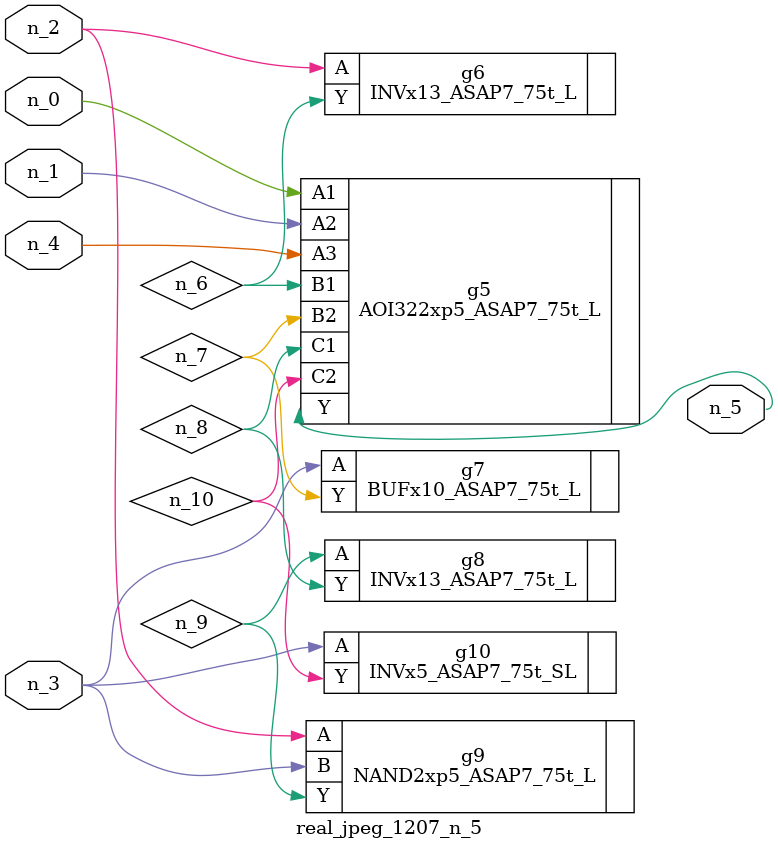
<source format=v>
module real_jpeg_1207_n_5 (n_4, n_0, n_1, n_2, n_3, n_5);

input n_4;
input n_0;
input n_1;
input n_2;
input n_3;

output n_5;

wire n_8;
wire n_6;
wire n_7;
wire n_10;
wire n_9;

AOI322xp5_ASAP7_75t_L g5 ( 
.A1(n_0),
.A2(n_1),
.A3(n_4),
.B1(n_6),
.B2(n_7),
.C1(n_8),
.C2(n_10),
.Y(n_5)
);

INVx13_ASAP7_75t_L g6 ( 
.A(n_2),
.Y(n_6)
);

NAND2xp5_ASAP7_75t_L g9 ( 
.A(n_2),
.B(n_3),
.Y(n_9)
);

BUFx10_ASAP7_75t_L g7 ( 
.A(n_3),
.Y(n_7)
);

INVx5_ASAP7_75t_SL g10 ( 
.A(n_3),
.Y(n_10)
);

INVx13_ASAP7_75t_L g8 ( 
.A(n_9),
.Y(n_8)
);


endmodule
</source>
